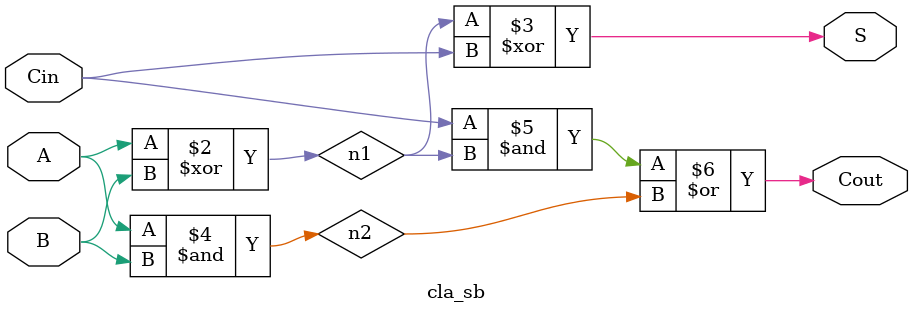
<source format=sv>
`timescale 1ns/1ns

module cla_sb (
	input A, B, Cin,
	output reg S, Cout 
);

reg n1, n2;

always @* begin
    n1   = A ^ B;
    S    = n1 ^ Cin;
    n2   = A & B;
    Cout = Cin & n1 | n2;
end
endmodule

</source>
